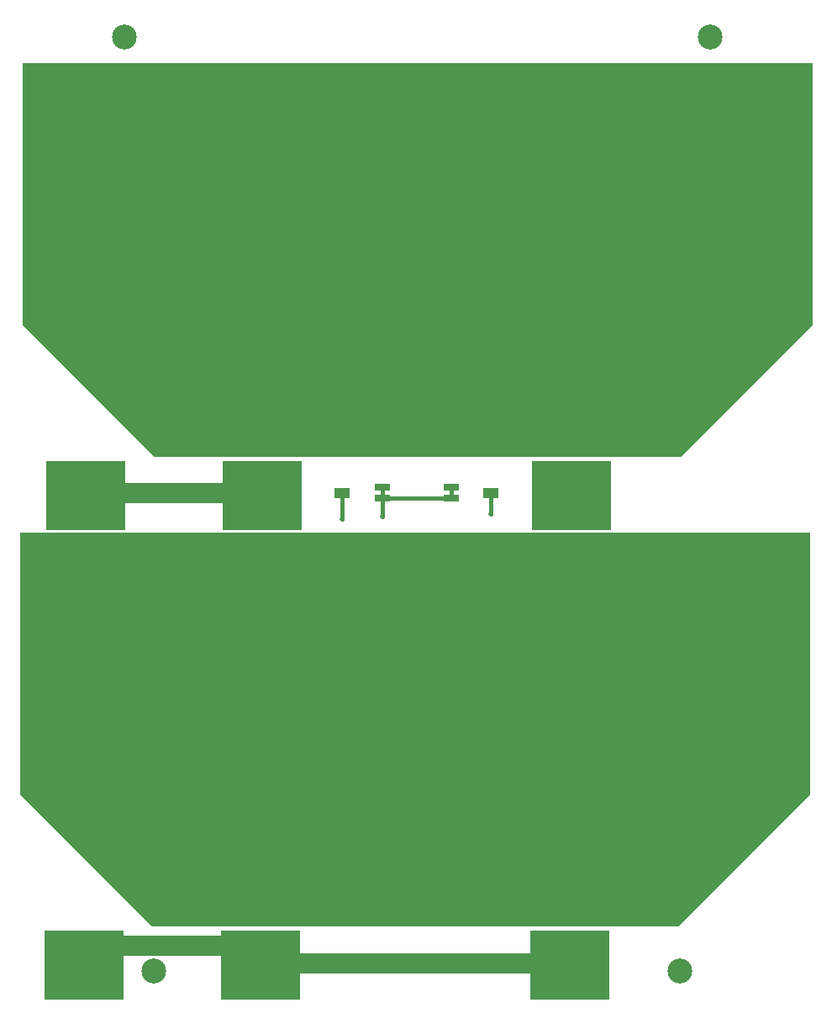
<source format=gtl>
G04*
G04 #@! TF.GenerationSoftware,Altium Limited,Altium Designer,18.1.7 (191)*
G04*
G04 Layer_Physical_Order=1*
G04 Layer_Color=255*
%FSLAX25Y25*%
%MOIN*%
G70*
G01*
G75*
%ADD10C,0.01000*%
%ADD13R,0.31496X0.27559*%
%ADD14R,1.96850X0.27559*%
%ADD15R,1.96850X0.19685*%
%ADD16R,0.06299X0.03937*%
%ADD17R,0.06299X0.03150*%
%ADD25C,0.08000*%
%ADD26C,0.01500*%
%ADD27C,0.45000*%
%ADD28C,0.09843*%
%ADD29C,0.02000*%
G36*
X319272Y80000D02*
X266772Y27500D01*
X58272D01*
X5772Y80000D01*
Y183500D01*
X319272D01*
Y80000D01*
D02*
G37*
G36*
X320272Y266000D02*
X270272Y216000D01*
X267772Y213500D01*
X59272D01*
X6772Y266000D01*
Y369500D01*
X320272D01*
Y266000D01*
D02*
G37*
D10*
X31095Y13350D02*
X37679Y19935D01*
X94687D02*
X101272Y13350D01*
D13*
X31772Y198350D02*
D03*
X101949D02*
D03*
X224685Y198352D02*
D03*
X224008Y12352D02*
D03*
X101272Y12350D02*
D03*
X31095D02*
D03*
D14*
X162770Y301882D02*
D03*
X162092Y115882D02*
D03*
D15*
X162667Y347382D02*
D03*
Y232582D02*
D03*
X161990Y46582D02*
D03*
Y161382D02*
D03*
D16*
X192724Y199350D02*
D03*
X133673D02*
D03*
D17*
X176976Y201516D02*
D03*
Y197185D02*
D03*
X149421D02*
D03*
Y201516D02*
D03*
D25*
X82724Y199350D02*
X101949D01*
X31772D02*
X50224D01*
X52724D01*
X55224D01*
X57724D01*
X60224D01*
X62724D01*
X72724D02*
X75224D01*
X77724D01*
X80224D01*
X82724D01*
X37679Y19935D02*
X50724D01*
X53224D01*
X55724D01*
X58224D01*
X60724D01*
X63224D01*
X94687D01*
X101622Y13000D02*
X118500D01*
X121000D01*
X123500D01*
X126000D01*
X128500D01*
X131000D01*
X62724Y199350D02*
X70224D01*
X72724D01*
X206500Y13000D02*
X223657D01*
X204000D02*
X206500D01*
X201500D02*
X204000D01*
X199000D02*
X201500D01*
X196500D02*
X199000D01*
X131000D02*
X194000D01*
X196500D01*
X223657D02*
X224008Y13350D01*
X101272D02*
X101622Y13000D01*
D26*
X149421Y190000D02*
Y197185D01*
X133673Y188902D02*
Y199350D01*
X176976Y197185D02*
Y201516D01*
X149421Y197185D02*
Y201516D01*
Y197185D02*
X176976D01*
X192724Y190935D02*
Y199350D01*
D27*
X242531Y105461D02*
D03*
X84112Y291463D02*
D03*
X163323D02*
D03*
X242533D02*
D03*
X163323Y105463D02*
D03*
D28*
X47244Y379921D02*
D03*
X279527D02*
D03*
X59055Y9843D02*
D03*
X267717Y9843D02*
D03*
D29*
X149421Y190000D02*
D03*
X133673Y188902D02*
D03*
X50224Y199350D02*
D03*
X52724D02*
D03*
X55224D02*
D03*
X57724D02*
D03*
X60224D02*
D03*
X62724D02*
D03*
X72724D02*
D03*
X75224D02*
D03*
X77724D02*
D03*
X80224D02*
D03*
X82724D02*
D03*
X50724Y19935D02*
D03*
X53224D02*
D03*
X55724D02*
D03*
X58224D02*
D03*
X60724D02*
D03*
X63224D02*
D03*
X192724Y190935D02*
D03*
X212224Y206435D02*
D03*
X118500Y13000D02*
D03*
X121000D02*
D03*
X123500D02*
D03*
X126000D02*
D03*
X128500D02*
D03*
X131000D02*
D03*
X70224Y199350D02*
D03*
X206500Y13000D02*
D03*
X204000D02*
D03*
X201500D02*
D03*
X199000D02*
D03*
X196500D02*
D03*
X194000D02*
D03*
X212224Y203935D02*
D03*
Y208935D02*
D03*
X214724Y203935D02*
D03*
Y206435D02*
D03*
Y208935D02*
D03*
X217224Y203935D02*
D03*
Y206435D02*
D03*
Y208935D02*
D03*
M02*

</source>
